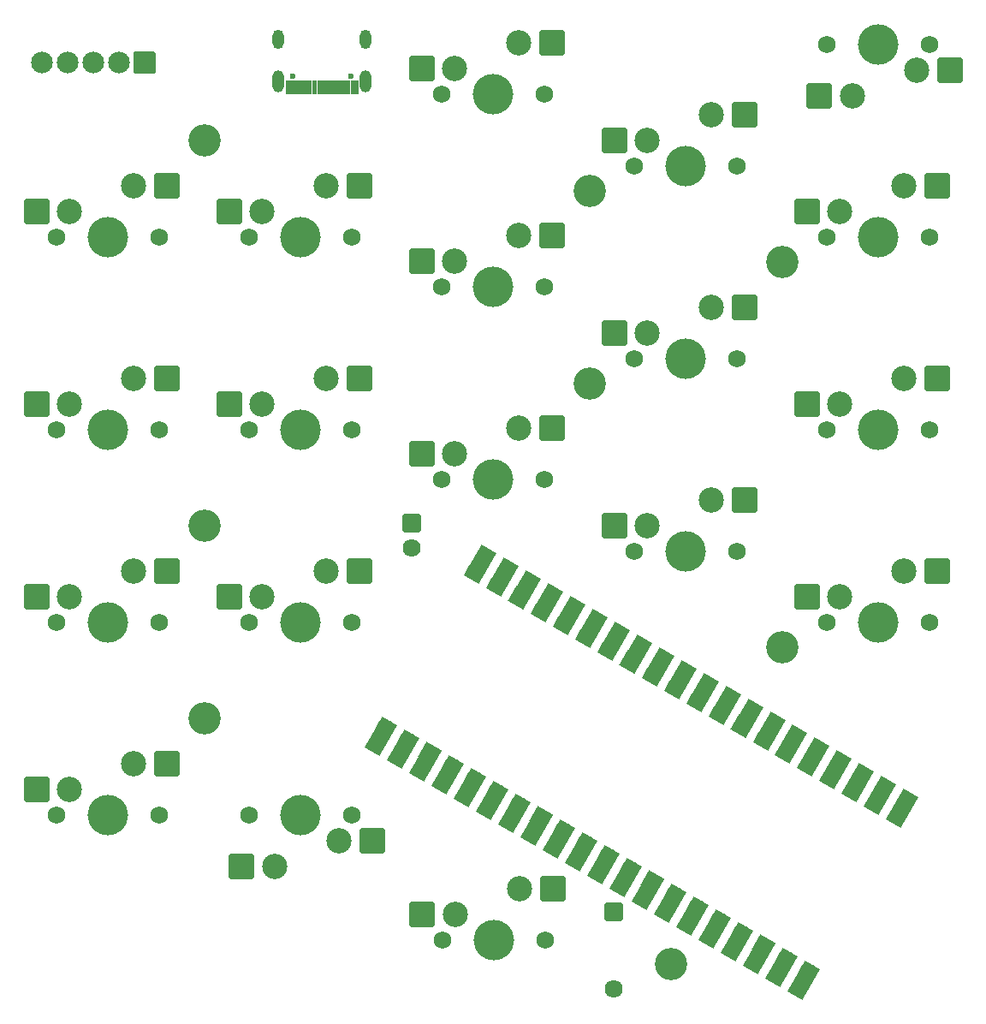
<source format=gbr>
%TF.GenerationSoftware,KiCad,Pcbnew,7.0.9-7.0.9~ubuntu22.04.1*%
%TF.CreationDate,2023-12-10T16:47:25+03:00*%
%TF.ProjectId,Keeb,4b656562-2e6b-4696-9361-645f70636258,rev?*%
%TF.SameCoordinates,Original*%
%TF.FileFunction,Soldermask,Bot*%
%TF.FilePolarity,Negative*%
%FSLAX46Y46*%
G04 Gerber Fmt 4.6, Leading zero omitted, Abs format (unit mm)*
G04 Created by KiCad (PCBNEW 7.0.9-7.0.9~ubuntu22.04.1) date 2023-12-10 16:47:25*
%MOMM*%
%LPD*%
G01*
G04 APERTURE LIST*
G04 Aperture macros list*
%AMRoundRect*
0 Rectangle with rounded corners*
0 $1 Rounding radius*
0 $2 $3 $4 $5 $6 $7 $8 $9 X,Y pos of 4 corners*
0 Add a 4 corners polygon primitive as box body*
4,1,4,$2,$3,$4,$5,$6,$7,$8,$9,$2,$3,0*
0 Add four circle primitives for the rounded corners*
1,1,$1+$1,$2,$3*
1,1,$1+$1,$4,$5*
1,1,$1+$1,$6,$7*
1,1,$1+$1,$8,$9*
0 Add four rect primitives between the rounded corners*
20,1,$1+$1,$2,$3,$4,$5,0*
20,1,$1+$1,$4,$5,$6,$7,0*
20,1,$1+$1,$6,$7,$8,$9,0*
20,1,$1+$1,$8,$9,$2,$3,0*%
%AMHorizOval*
0 Thick line with rounded ends*
0 $1 width*
0 $2 $3 position (X,Y) of the first rounded end (center of the circle)*
0 $4 $5 position (X,Y) of the second rounded end (center of the circle)*
0 Add line between two ends*
20,1,$1,$2,$3,$4,$5,0*
0 Add two circle primitives to create the rounded ends*
1,1,$1,$2,$3*
1,1,$1,$4,$5*%
%AMRotRect*
0 Rectangle, with rotation*
0 The origin of the aperture is its center*
0 $1 length*
0 $2 width*
0 $3 Rotation angle, in degrees counterclockwise*
0 Add horizontal line*
21,1,$1,$2,0,0,$3*%
G04 Aperture macros list end*
%ADD10C,0.010000*%
%ADD11RoundRect,0.250000X-1.025000X-1.000000X1.025000X-1.000000X1.025000X1.000000X-1.025000X1.000000X0*%
%ADD12C,1.750000*%
%ADD13C,4.000000*%
%ADD14C,2.500000*%
%ADD15RoundRect,0.250000X1.025000X1.000000X-1.025000X1.000000X-1.025000X-1.000000X1.025000X-1.000000X0*%
%ADD16C,3.200000*%
%ADD17RoundRect,0.102000X0.787500X-0.787500X0.787500X0.787500X-0.787500X0.787500X-0.787500X-0.787500X0*%
%ADD18C,1.779000*%
%ADD19HorizOval,1.700000X0.000000X0.000000X0.000000X0.000000X0*%
%ADD20RotRect,3.500000X1.700000X60.000000*%
%ADD21RotRect,1.700000X1.700000X60.000000*%
%ADD22RoundRect,0.102000X-0.790000X-0.790000X0.790000X-0.790000X0.790000X0.790000X-0.790000X0.790000X0*%
%ADD23C,1.784000*%
%ADD24C,2.134400*%
%ADD25RoundRect,0.102000X-0.965200X-0.965200X0.965200X-0.965200X0.965200X0.965200X-0.965200X0.965200X0*%
%ADD26C,0.600000*%
%ADD27O,1.104000X2.204000*%
%ADD28O,1.104000X1.904000*%
G04 APERTURE END LIST*
%TO.C,J1*%
D10*
X130415000Y-41410000D02*
X129715000Y-41410000D01*
X129715000Y-40170000D01*
X130415000Y-40170000D01*
X130415000Y-41410000D01*
G36*
X130415000Y-41410000D02*
G01*
X129715000Y-41410000D01*
X129715000Y-40170000D01*
X130415000Y-40170000D01*
X130415000Y-41410000D01*
G37*
X131215000Y-41410000D02*
X130515000Y-41410000D01*
X130515000Y-40170000D01*
X131215000Y-40170000D01*
X131215000Y-41410000D01*
G36*
X131215000Y-41410000D02*
G01*
X130515000Y-41410000D01*
X130515000Y-40170000D01*
X131215000Y-40170000D01*
X131215000Y-41410000D01*
G37*
X131715000Y-41410000D02*
X131315000Y-41410000D01*
X131315000Y-40170000D01*
X131715000Y-40170000D01*
X131715000Y-41410000D01*
G36*
X131715000Y-41410000D02*
G01*
X131315000Y-41410000D01*
X131315000Y-40170000D01*
X131715000Y-40170000D01*
X131715000Y-41410000D01*
G37*
X132215000Y-41410000D02*
X131815000Y-41410000D01*
X131815000Y-40170000D01*
X132215000Y-40170000D01*
X132215000Y-41410000D01*
G36*
X132215000Y-41410000D02*
G01*
X131815000Y-41410000D01*
X131815000Y-40170000D01*
X132215000Y-40170000D01*
X132215000Y-41410000D01*
G37*
X132715000Y-41410000D02*
X132315000Y-41410000D01*
X132315000Y-40170000D01*
X132715000Y-40170000D01*
X132715000Y-41410000D01*
G36*
X132715000Y-41410000D02*
G01*
X132315000Y-41410000D01*
X132315000Y-40170000D01*
X132715000Y-40170000D01*
X132715000Y-41410000D01*
G37*
X133215000Y-41410000D02*
X132815000Y-41410000D01*
X132815000Y-40170000D01*
X133215000Y-40170000D01*
X133215000Y-41410000D01*
G36*
X133215000Y-41410000D02*
G01*
X132815000Y-41410000D01*
X132815000Y-40170000D01*
X133215000Y-40170000D01*
X133215000Y-41410000D01*
G37*
X133715000Y-41410000D02*
X133315000Y-41410000D01*
X133315000Y-40170000D01*
X133715000Y-40170000D01*
X133715000Y-41410000D01*
G36*
X133715000Y-41410000D02*
G01*
X133315000Y-41410000D01*
X133315000Y-40170000D01*
X133715000Y-40170000D01*
X133715000Y-41410000D01*
G37*
X134215000Y-41410000D02*
X133815000Y-41410000D01*
X133815000Y-40170000D01*
X134215000Y-40170000D01*
X134215000Y-41410000D01*
G36*
X134215000Y-41410000D02*
G01*
X133815000Y-41410000D01*
X133815000Y-40170000D01*
X134215000Y-40170000D01*
X134215000Y-41410000D01*
G37*
X134715000Y-41410000D02*
X134315000Y-41410000D01*
X134315000Y-40170000D01*
X134715000Y-40170000D01*
X134715000Y-41410000D01*
G36*
X134715000Y-41410000D02*
G01*
X134315000Y-41410000D01*
X134315000Y-40170000D01*
X134715000Y-40170000D01*
X134715000Y-41410000D01*
G37*
X135215000Y-41410000D02*
X134815000Y-41410000D01*
X134815000Y-40170000D01*
X135215000Y-40170000D01*
X135215000Y-41410000D01*
G36*
X135215000Y-41410000D02*
G01*
X134815000Y-41410000D01*
X134815000Y-40170000D01*
X135215000Y-40170000D01*
X135215000Y-41410000D01*
G37*
X136015000Y-41410000D02*
X135315000Y-41410000D01*
X135315000Y-40170000D01*
X136015000Y-40170000D01*
X136015000Y-41410000D01*
G36*
X136015000Y-41410000D02*
G01*
X135315000Y-41410000D01*
X135315000Y-40170000D01*
X136015000Y-40170000D01*
X136015000Y-41410000D01*
G37*
X136815000Y-41410000D02*
X136115000Y-41410000D01*
X136115000Y-40170000D01*
X136815000Y-40170000D01*
X136815000Y-41410000D01*
G36*
X136815000Y-41410000D02*
G01*
X136115000Y-41410000D01*
X136115000Y-40170000D01*
X136815000Y-40170000D01*
X136815000Y-41410000D01*
G37*
%TD*%
D11*
%TO.C,SW3*%
X181240000Y-53077944D03*
D12*
X183245000Y-55617944D03*
D13*
X188325000Y-55617944D03*
D12*
X193405000Y-55617944D03*
D11*
X194167000Y-50537944D03*
D14*
X184515000Y-53077944D03*
X190865000Y-50537944D03*
%TD*%
D11*
%TO.C,SW4*%
X181240000Y-72127944D03*
D12*
X183245000Y-74667944D03*
D13*
X188325000Y-74667944D03*
D12*
X193405000Y-74667944D03*
D11*
X194167000Y-69587944D03*
D14*
X184515000Y-72127944D03*
X190865000Y-69587944D03*
%TD*%
D11*
%TO.C,SW5*%
X181240000Y-91177944D03*
D12*
X183245000Y-93717944D03*
D13*
X188325000Y-93717944D03*
D12*
X193405000Y-93717944D03*
D11*
X194167000Y-88637944D03*
D14*
X184515000Y-91177944D03*
X190865000Y-88637944D03*
%TD*%
D11*
%TO.C,SW6*%
X162190000Y-46027944D03*
D12*
X164195000Y-48567944D03*
D13*
X169275000Y-48567944D03*
D12*
X174355000Y-48567944D03*
D11*
X175117000Y-43487944D03*
D14*
X165465000Y-46027944D03*
X171815000Y-43487944D03*
%TD*%
D11*
%TO.C,SW7*%
X162190000Y-65077944D03*
D12*
X164195000Y-67617944D03*
D13*
X169275000Y-67617944D03*
D12*
X174355000Y-67617944D03*
D11*
X175117000Y-62537944D03*
D14*
X165465000Y-65077944D03*
X171815000Y-62537944D03*
%TD*%
D11*
%TO.C,SW8*%
X162190000Y-84127944D03*
D12*
X164195000Y-86667944D03*
D13*
X169275000Y-86667944D03*
D12*
X174355000Y-86667944D03*
D11*
X175117000Y-81587944D03*
D14*
X165465000Y-84127944D03*
X171815000Y-81587944D03*
%TD*%
D11*
%TO.C,SW9*%
X143140000Y-38977944D03*
D12*
X145145000Y-41517944D03*
D13*
X150225000Y-41517944D03*
D12*
X155305000Y-41517944D03*
D11*
X156067000Y-36437944D03*
D14*
X146415000Y-38977944D03*
X152765000Y-36437944D03*
%TD*%
D11*
%TO.C,SW10*%
X143140000Y-58027944D03*
D12*
X145145000Y-60567944D03*
D13*
X150225000Y-60567944D03*
D12*
X155305000Y-60567944D03*
D11*
X156067000Y-55487944D03*
D14*
X146415000Y-58027944D03*
X152765000Y-55487944D03*
%TD*%
D11*
%TO.C,SW11*%
X143140000Y-77077944D03*
D12*
X145145000Y-79617944D03*
D13*
X150225000Y-79617944D03*
D12*
X155305000Y-79617944D03*
D11*
X156067000Y-74537944D03*
D14*
X146415000Y-77077944D03*
X152765000Y-74537944D03*
%TD*%
D11*
%TO.C,SW13*%
X124090000Y-53077944D03*
D12*
X126095000Y-55617944D03*
D13*
X131175000Y-55617944D03*
D12*
X136255000Y-55617944D03*
D11*
X137017000Y-50537944D03*
D14*
X127365000Y-53077944D03*
X133715000Y-50537944D03*
%TD*%
D11*
%TO.C,SW14*%
X124090000Y-72127944D03*
D12*
X126095000Y-74667944D03*
D13*
X131175000Y-74667944D03*
D12*
X136255000Y-74667944D03*
D11*
X137017000Y-69587944D03*
D14*
X127365000Y-72127944D03*
X133715000Y-69587944D03*
%TD*%
D11*
%TO.C,SW15*%
X124090000Y-91177944D03*
D12*
X126095000Y-93717944D03*
D13*
X131175000Y-93717944D03*
D12*
X136255000Y-93717944D03*
D11*
X137017000Y-88637944D03*
D14*
X127365000Y-91177944D03*
X133715000Y-88637944D03*
%TD*%
D15*
%TO.C,SW16*%
X138260000Y-115307944D03*
D12*
X136255000Y-112767944D03*
D13*
X131175000Y-112767944D03*
D12*
X126095000Y-112767944D03*
D15*
X125333000Y-117847944D03*
D14*
X134985000Y-115307944D03*
X128635000Y-117847944D03*
%TD*%
D11*
%TO.C,SW17*%
X105040000Y-53077944D03*
D12*
X107045000Y-55617944D03*
D13*
X112125000Y-55617944D03*
D12*
X117205000Y-55617944D03*
D11*
X117967000Y-50537944D03*
D14*
X108315000Y-53077944D03*
X114665000Y-50537944D03*
%TD*%
D11*
%TO.C,SW18*%
X105040000Y-72127944D03*
D12*
X107045000Y-74667944D03*
D13*
X112125000Y-74667944D03*
D12*
X117205000Y-74667944D03*
D11*
X117967000Y-69587944D03*
D14*
X108315000Y-72127944D03*
X114665000Y-69587944D03*
%TD*%
D11*
%TO.C,SW19*%
X105040000Y-91177944D03*
D12*
X107045000Y-93717944D03*
D13*
X112125000Y-93717944D03*
D12*
X117205000Y-93717944D03*
D11*
X117967000Y-88637944D03*
D14*
X108315000Y-91177944D03*
X114665000Y-88637944D03*
%TD*%
D11*
%TO.C,SW20*%
X105040000Y-110227944D03*
D12*
X107045000Y-112767944D03*
D13*
X112125000Y-112767944D03*
D12*
X117205000Y-112767944D03*
D11*
X117967000Y-107687944D03*
D14*
X108315000Y-110227944D03*
X114665000Y-107687944D03*
%TD*%
D15*
%TO.C,SW2*%
X195410000Y-39107944D03*
D12*
X193405000Y-36567944D03*
D13*
X188325000Y-36567944D03*
D12*
X183245000Y-36567944D03*
D15*
X182483000Y-41647944D03*
D14*
X192135000Y-39107944D03*
X185785000Y-41647944D03*
%TD*%
D16*
%TO.C,H9*%
X167846250Y-127531694D03*
%TD*%
%TO.C,H7*%
X121650000Y-84192944D03*
%TD*%
%TO.C,H4*%
X178800000Y-58092944D03*
%TD*%
%TO.C,H2*%
X159750000Y-70092944D03*
%TD*%
D11*
%TO.C,SW1*%
X143215000Y-122632944D03*
D12*
X145220000Y-125172944D03*
D13*
X150300000Y-125172944D03*
D12*
X155380000Y-125172944D03*
D11*
X156142000Y-120092944D03*
D14*
X146490000Y-122632944D03*
X152840000Y-120092944D03*
%TD*%
D16*
%TO.C,H8*%
X178800000Y-96192944D03*
%TD*%
%TO.C,H3*%
X159750000Y-51042944D03*
%TD*%
%TO.C,H1*%
X121650000Y-46092944D03*
%TD*%
%TO.C,H5*%
X121650000Y-103242944D03*
%TD*%
D17*
%TO.C,J2*%
X142130000Y-83882944D03*
D18*
X142130000Y-86382944D03*
%TD*%
D19*
%TO.C,U1*%
X181374140Y-128298854D03*
D20*
X180924140Y-129078277D03*
D19*
X179174435Y-127028854D03*
D20*
X178724435Y-127808277D03*
D21*
X176974731Y-125758854D03*
D20*
X176524731Y-126538277D03*
D19*
X174775026Y-124488854D03*
D20*
X174325026Y-125268277D03*
D19*
X172575322Y-123218854D03*
D20*
X172125322Y-123998277D03*
D19*
X170375617Y-121948854D03*
D20*
X169925617Y-122728277D03*
D19*
X168175913Y-120678854D03*
D20*
X167725913Y-121458277D03*
D21*
X165976208Y-119408854D03*
D20*
X165526208Y-120188277D03*
D19*
X163776504Y-118138854D03*
D20*
X163326504Y-118918277D03*
D19*
X161576799Y-116868854D03*
D20*
X161126799Y-117648277D03*
D19*
X159377095Y-115598854D03*
D20*
X158927095Y-116378277D03*
D19*
X157177390Y-114328854D03*
D20*
X156727390Y-115108277D03*
D21*
X154977686Y-113058854D03*
D20*
X154527686Y-113838277D03*
D19*
X152777981Y-111788854D03*
D20*
X152327981Y-112568277D03*
D19*
X150578277Y-110518854D03*
D20*
X150128277Y-111298277D03*
D19*
X148378572Y-109248854D03*
D20*
X147928572Y-110028277D03*
D19*
X146178868Y-107978854D03*
D20*
X145728868Y-108758277D03*
D21*
X143979163Y-106708854D03*
D20*
X143529163Y-107488277D03*
D19*
X141779459Y-105438854D03*
D20*
X141329459Y-106218277D03*
D19*
X139579754Y-104168854D03*
D20*
X139129754Y-104948277D03*
D19*
X148469754Y-88770922D03*
D20*
X148919754Y-87991499D03*
D19*
X150669459Y-90040922D03*
D20*
X151119459Y-89261499D03*
D21*
X152869163Y-91310922D03*
D20*
X153319163Y-90531499D03*
D19*
X155068868Y-92580922D03*
D20*
X155518868Y-91801499D03*
D19*
X157268572Y-93850922D03*
D20*
X157718572Y-93071499D03*
D19*
X159468277Y-95120922D03*
D20*
X159918277Y-94341499D03*
D19*
X161667981Y-96390922D03*
D20*
X162117981Y-95611499D03*
D21*
X163867686Y-97660922D03*
D20*
X164317686Y-96881499D03*
D19*
X166067390Y-98930922D03*
D20*
X166517390Y-98151499D03*
D19*
X168267095Y-100200922D03*
D20*
X168717095Y-99421499D03*
D19*
X170466799Y-101470922D03*
D20*
X170916799Y-100691499D03*
D19*
X172666504Y-102740922D03*
D20*
X173116504Y-101961499D03*
D21*
X174866208Y-104010922D03*
D20*
X175316208Y-103231499D03*
D19*
X177065913Y-105280922D03*
D20*
X177515913Y-104501499D03*
D19*
X179265617Y-106550922D03*
D20*
X179715617Y-105771499D03*
D19*
X181465322Y-107820922D03*
D20*
X181915322Y-107041499D03*
D19*
X183665026Y-109090922D03*
D20*
X184115026Y-108311499D03*
D21*
X185864731Y-110360922D03*
D20*
X186314731Y-109581499D03*
D19*
X188064435Y-111630922D03*
D20*
X188514435Y-110851499D03*
D19*
X190264140Y-112900922D03*
D20*
X190714140Y-112121499D03*
%TD*%
D22*
%TO.C,S1*%
X162140000Y-122342944D03*
D23*
X162140000Y-129962944D03*
%TD*%
D24*
%TO.C,U2*%
X105600000Y-38372944D03*
X108140000Y-38372944D03*
D25*
X115760000Y-38372944D03*
D24*
X110680000Y-38372944D03*
X113220000Y-38372944D03*
%TD*%
D26*
%TO.C,J1*%
X130375000Y-39720000D03*
X136155000Y-39720000D03*
D27*
X128940000Y-40210000D03*
X137590000Y-40210000D03*
D28*
X128940000Y-36040000D03*
X137590000Y-36040000D03*
%TD*%
M02*

</source>
